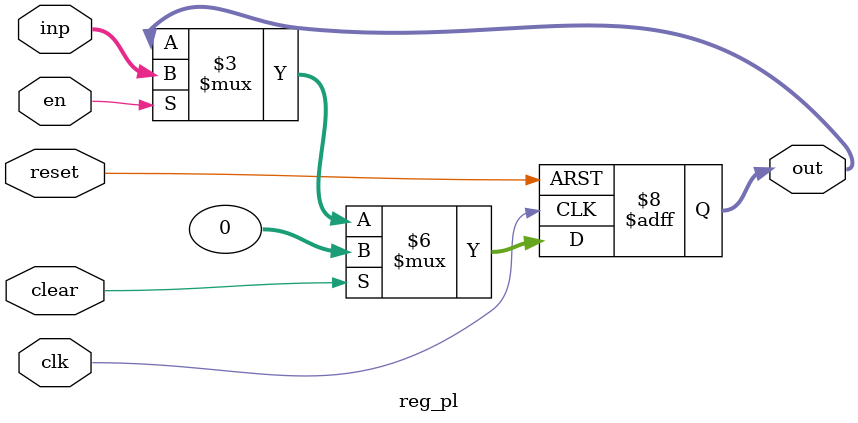
<source format=v>
module reg_pl #(parameter N = 32) (inp,clk,reset,en,clear,out);

input [N-1:0] inp;
input clk, reset, en, clear;
output reg [N-1:0] out;

always@(posedge clk, negedge reset)
begin
  if (!reset)
    out <= 0;
  else if (clear)
    out <= 0;
  else if (en)
    out <= inp;
end

endmodule
</source>
